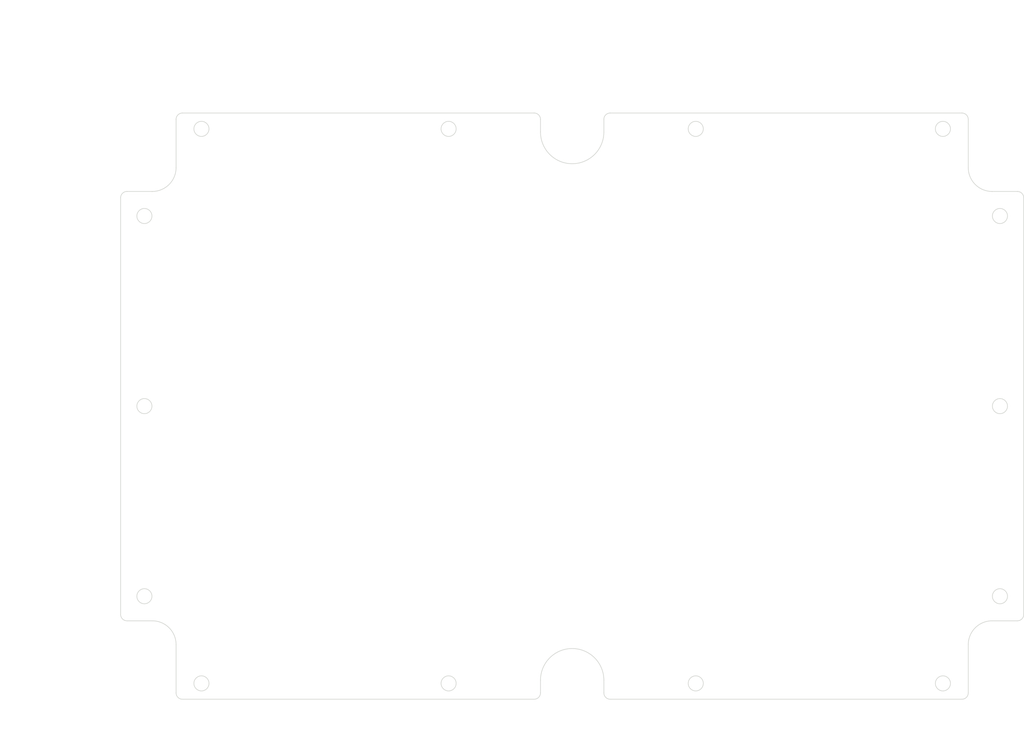
<source format=kicad_pcb>
(kicad_pcb (version 20171130) (host pcbnew "(5.1.0)-1")

  (general
    (thickness 1.6)
    (drawings 133)
    (tracks 0)
    (zones 0)
    (modules 0)
    (nets 1)
  )

  (page A3)
  (layers
    (0 F.Cu signal)
    (31 B.Cu signal)
    (32 B.Adhes user)
    (33 F.Adhes user)
    (34 B.Paste user)
    (35 F.Paste user)
    (36 B.SilkS user)
    (37 F.SilkS user)
    (38 B.Mask user)
    (39 F.Mask user)
    (40 Dwgs.User user)
    (41 Cmts.User user)
    (42 Eco1.User user)
    (43 Eco2.User user)
    (44 Edge.Cuts user)
    (45 Margin user)
    (46 B.CrtYd user)
    (47 F.CrtYd user)
    (48 B.Fab user)
    (49 F.Fab user)
  )

  (setup
    (last_trace_width 0.25)
    (trace_clearance 0.2)
    (zone_clearance 0.508)
    (zone_45_only no)
    (trace_min 0.2)
    (via_size 0.8)
    (via_drill 0.4)
    (via_min_size 0.4)
    (via_min_drill 0.3)
    (uvia_size 0.3)
    (uvia_drill 0.1)
    (uvias_allowed no)
    (uvia_min_size 0.2)
    (uvia_min_drill 0.1)
    (edge_width 0.05)
    (segment_width 0.2)
    (pcb_text_width 0.3)
    (pcb_text_size 1.5 1.5)
    (mod_edge_width 0.12)
    (mod_text_size 1 1)
    (mod_text_width 0.15)
    (pad_size 1.524 1.524)
    (pad_drill 0.762)
    (pad_to_mask_clearance 0.051)
    (solder_mask_min_width 0.25)
    (aux_axis_origin 0 0)
    (visible_elements FFFFFF7F)
    (pcbplotparams
      (layerselection 0x010fc_ffffffff)
      (usegerberextensions false)
      (usegerberattributes false)
      (usegerberadvancedattributes false)
      (creategerberjobfile false)
      (excludeedgelayer true)
      (linewidth 0.152400)
      (plotframeref false)
      (viasonmask false)
      (mode 1)
      (useauxorigin false)
      (hpglpennumber 1)
      (hpglpenspeed 20)
      (hpglpendiameter 15.000000)
      (psnegative false)
      (psa4output false)
      (plotreference true)
      (plotvalue true)
      (plotinvisibletext false)
      (padsonsilk false)
      (subtractmaskfromsilk false)
      (outputformat 1)
      (mirror false)
      (drillshape 1)
      (scaleselection 1)
      (outputdirectory ""))
  )

  (net 0 "")

  (net_class Default "This is the default net class."
    (clearance 0.2)
    (trace_width 0.25)
    (via_dia 0.8)
    (via_drill 0.4)
    (uvia_dia 0.3)
    (uvia_drill 0.1)
  )

  (gr_arc (start 217.892532 61.385496) (end 207.892532 61.385496) (angle -180) (layer Edge.Cuts) (width 0.2))
  (gr_line (start 207.892532 61.385496) (end 207.892532 57.385496) (layer Edge.Cuts) (width 0.2))
  (gr_arc (start 85.364242 72.607205) (end 85.364242 80.135496) (angle -90) (layer Edge.Cuts) (width 0.2))
  (gr_line (start 75.392532 82.135496) (end 75.392532 213.635496) (layer Edge.Cuts) (width 0.2))
  (gr_circle (center 82.892532 147.885496) (end 85.273782 147.885496) (layer Edge.Cuts) (width 0.2))
  (gr_circle (center 82.892532 87.885496) (end 85.273782 87.885496) (layer Edge.Cuts) (width 0.2))
  (gr_circle (center 100.892532 60.385496) (end 103.273782 60.385496) (layer Edge.Cuts) (width 0.2))
  (gr_circle (center 178.892532 60.385496) (end 181.273782 60.385496) (layer Edge.Cuts) (width 0.2))
  (gr_line (start 85.364242 80.135496) (end 77.392532 80.135496) (layer Edge.Cuts) (width 0.2))
  (gr_line (start 92.892532 57.385496) (end 92.892532 72.607205) (layer Edge.Cuts) (width 0.2))
  (gr_line (start 205.892532 55.385496) (end 94.892532 55.385496) (layer Edge.Cuts) (width 0.2))
  (gr_line (start 342.892532 57.385496) (end 342.892532 72.607205) (layer Edge.Cuts) (width 0.2))
  (gr_arc (start 350.420823 72.607205) (end 342.892532 72.607205) (angle -90) (layer Edge.Cuts) (width 0.2))
  (gr_circle (center 352.892532 147.885496) (end 355.273782 147.885496) (layer Edge.Cuts) (width 0.2))
  (gr_circle (center 352.892532 87.885496) (end 355.273782 87.885496) (layer Edge.Cuts) (width 0.2))
  (gr_circle (center 334.892532 60.385496) (end 337.273782 60.385496) (layer Edge.Cuts) (width 0.2))
  (gr_circle (center 256.892532 60.385496) (end 259.273782 60.385496) (layer Edge.Cuts) (width 0.2))
  (gr_line (start 227.892532 234.385496) (end 227.892532 238.385496) (layer Edge.Cuts) (width 0.2))
  (gr_arc (start 350.420823 223.163786) (end 350.420823 215.635496) (angle -90) (layer Edge.Cuts) (width 0.2))
  (gr_line (start 350.420823 215.635496) (end 358.392532 215.635496) (layer Edge.Cuts) (width 0.2))
  (gr_circle (center 352.892532 207.885496) (end 355.273782 207.885496) (layer Edge.Cuts) (width 0.2))
  (gr_circle (center 334.892532 235.385496) (end 337.273782 235.385496) (layer Edge.Cuts) (width 0.2))
  (gr_circle (center 256.892532 235.385496) (end 259.273782 235.385496) (layer Edge.Cuts) (width 0.2))
  (gr_line (start 227.892532 61.385496) (end 227.892532 57.385496) (layer Edge.Cuts) (width 0.2))
  (gr_line (start 229.892532 55.385496) (end 340.892532 55.385496) (layer Edge.Cuts) (width 0.2))
  (gr_line (start 350.420823 80.135496) (end 358.392532 80.135496) (layer Edge.Cuts) (width 0.2))
  (gr_line (start 360.392532 213.635496) (end 360.392532 82.135496) (layer Edge.Cuts) (width 0.2))
  (gr_line (start 342.892532 238.385496) (end 342.892532 223.163786) (layer Edge.Cuts) (width 0.2))
  (gr_line (start 229.892532 240.385496) (end 340.892532 240.385496) (layer Edge.Cuts) (width 0.2))
  (gr_arc (start 217.892532 234.385496) (end 227.892532 234.385496) (angle -180) (layer Edge.Cuts) (width 0.2))
  (gr_line (start 92.892532 238.385496) (end 92.892532 223.163786) (layer Edge.Cuts) (width 0.2))
  (gr_arc (start 85.364242 223.163786) (end 92.892532 223.163786) (angle -90) (layer Edge.Cuts) (width 0.2))
  (gr_circle (center 82.892532 207.885496) (end 85.273782 207.885496) (layer Edge.Cuts) (width 0.2))
  (gr_circle (center 100.892532 235.385496) (end 103.273782 235.385496) (layer Edge.Cuts) (width 0.2))
  (gr_circle (center 178.892532 235.385496) (end 181.273782 235.385496) (layer Edge.Cuts) (width 0.2))
  (gr_line (start 207.892532 234.385496) (end 207.892532 238.385496) (layer Edge.Cuts) (width 0.2))
  (gr_line (start 205.892532 240.385496) (end 94.892532 240.385496) (layer Edge.Cuts) (width 0.2))
  (gr_line (start 85.364242 215.635496) (end 77.392532 215.635496) (layer Edge.Cuts) (width 0.2))
  (gr_arc (start 77.392532 82.135496) (end 77.392532 80.135496) (angle -90) (layer Edge.Cuts) (width 0.2))
  (gr_arc (start 94.892532 57.385496) (end 94.892532 55.385496) (angle -90) (layer Edge.Cuts) (width 0.2))
  (gr_arc (start 205.892532 57.385496) (end 207.892532 57.385496) (angle -90) (layer Edge.Cuts) (width 0.2))
  (gr_arc (start 229.892532 57.385496) (end 229.892532 55.385496) (angle -90) (layer Edge.Cuts) (width 0.2))
  (gr_arc (start 340.892532 57.385496) (end 342.892532 57.385496) (angle -90) (layer Edge.Cuts) (width 0.2))
  (gr_arc (start 358.392532 82.135496) (end 360.392532 82.135496) (angle -90) (layer Edge.Cuts) (width 0.2))
  (gr_arc (start 358.392532 213.635496) (end 358.392532 215.635496) (angle -90) (layer Edge.Cuts) (width 0.2))
  (gr_arc (start 340.892532 238.385496) (end 340.892532 240.385496) (angle -90) (layer Edge.Cuts) (width 0.2))
  (gr_arc (start 229.892532 238.385496) (end 227.892532 238.385496) (angle -90) (layer Edge.Cuts) (width 0.2))
  (gr_arc (start 205.892532 238.385496) (end 205.892532 240.385496) (angle -90) (layer Edge.Cuts) (width 0.2))
  (gr_arc (start 94.892532 238.385496) (end 92.892532 238.385496) (angle -90) (layer Edge.Cuts) (width 0.2))
  (gr_arc (start 77.392532 213.635496) (end 75.392532 213.635496) (angle -90) (layer Edge.Cuts) (width 0.2))
  (gr_text [11.22] (at 198.387548 24.879641) (layer Dwgs.User)
    (effects (font (size 1.7 1.53) (thickness 0.2125)))
  )
  (gr_text " 285.00" (at 198.387548 21.322206) (layer Dwgs.User)
    (effects (font (size 1.7 1.53) (thickness 0.2125)))
  )
  (gr_line (start 358.392532 22.99018) (end 203.092562 22.99018) (layer Dwgs.User) (width 0.2))
  (gr_line (start 77.392532 22.99018) (end 193.682535 22.99018) (layer Dwgs.User) (width 0.2))
  (gr_line (start 360.392532 81.135496) (end 360.392532 19.81518) (layer Dwgs.User) (width 0.2))
  (gr_line (start 75.392532 81.135496) (end 75.392532 19.81518) (layer Dwgs.User) (width 0.2))
  (gr_text [9.84] (at 199.59014 37.274957) (layer Dwgs.User)
    (effects (font (size 1.7 1.53) (thickness 0.2125)))
  )
  (gr_text " 250.00" (at 199.59014 33.717522) (layer Dwgs.User)
    (effects (font (size 1.7 1.53) (thickness 0.2125)))
  )
  (gr_line (start 340.892532 35.385496) (end 204.295153 35.385496) (layer Dwgs.User) (width 0.2))
  (gr_line (start 94.892532 35.385496) (end 194.885126 35.385496) (layer Dwgs.User) (width 0.2))
  (gr_line (start 342.892532 56.385496) (end 342.892532 32.210496) (layer Dwgs.User) (width 0.2))
  (gr_line (start 92.892532 56.385496) (end 92.892532 32.210496) (layer Dwgs.User) (width 0.2))
  (gr_text [10.63] (at 239.275656 31.085133) (layer Dwgs.User)
    (effects (font (size 1.7 1.53) (thickness 0.2125)))
  )
  (gr_text " 270.00" (at 239.275656 27.527698) (layer Dwgs.User)
    (effects (font (size 1.7 1.53) (thickness 0.2125)))
  )
  (gr_line (start 84.892532 29.195672) (end 234.570642 29.195672) (layer Dwgs.User) (width 0.2))
  (gr_line (start 350.892532 29.195672) (end 243.98067 29.195672) (layer Dwgs.User) (width 0.2))
  (gr_line (start 82.892532 86.885496) (end 82.892532 26.020672) (layer Dwgs.User) (width 0.2))
  (gr_line (start 352.892532 86.885496) (end 352.892532 26.020672) (layer Dwgs.User) (width 0.2))
  (gr_text [9.21] (at 234.866154 46.155614) (layer Dwgs.User)
    (effects (font (size 1.7 1.53) (thickness 0.2125)))
  )
  (gr_text " 234.00" (at 234.866154 42.597599) (layer Dwgs.User)
    (effects (font (size 1.7 1.53) (thickness 0.2125)))
  )
  (gr_line (start 332.892532 44.266153) (end 239.571168 44.266153) (layer Dwgs.User) (width 0.2))
  (gr_line (start 102.892532 44.266153) (end 230.16114 44.266153) (layer Dwgs.User) (width 0.2))
  (gr_line (start 334.892532 59.385496) (end 334.892532 41.091153) (layer Dwgs.User) (width 0.2))
  (gr_line (start 100.892532 59.385496) (end 100.892532 41.091153) (layer Dwgs.User) (width 0.2))
  (gr_text [3.07] (at 217.892532 52.274957) (layer Dwgs.User)
    (effects (font (size 1.7 1.53) (thickness 0.2125)))
  )
  (gr_text " 78.00" (at 217.892532 48.717522) (layer Dwgs.User)
    (effects (font (size 1.7 1.53) (thickness 0.2125)))
  )
  (gr_line (start 254.892532 50.385496) (end 221.937144 50.385496) (layer Dwgs.User) (width 0.2))
  (gr_line (start 180.892532 50.385496) (end 213.847921 50.385496) (layer Dwgs.User) (width 0.2))
  (gr_line (start 256.892532 59.385496) (end 256.892532 47.210496) (layer Dwgs.User) (width 0.2))
  (gr_line (start 178.892532 59.385496) (end 178.892532 47.210496) (layer Dwgs.User) (width 0.2))
  (gr_text [7.28] (at 42.074625 142.218168) (layer Dwgs.User)
    (effects (font (size 1.7 1.53) (thickness 0.2125)))
  )
  (gr_text " 185.00" (at 42.074625 138.660733) (layer Dwgs.User)
    (effects (font (size 1.7 1.53) (thickness 0.2125)))
  )
  (gr_line (start 42.074625 238.385496) (end 42.074625 143.886142) (layer Dwgs.User) (width 0.2))
  (gr_line (start 42.074625 57.385496) (end 42.074625 136.771272) (layer Dwgs.User) (width 0.2))
  (gr_line (start 93.892532 240.385496) (end 38.899625 240.385496) (layer Dwgs.User) (width 0.2))
  (gr_line (start 93.892532 55.385496) (end 38.899625 55.385496) (layer Dwgs.User) (width 0.2))
  (gr_text [6.89] (at 48.892532 153.209965) (layer Dwgs.User)
    (effects (font (size 1.7 1.53) (thickness 0.2125)))
  )
  (gr_text " 175.00" (at 48.892532 149.652529) (layer Dwgs.User)
    (effects (font (size 1.7 1.53) (thickness 0.2125)))
  )
  (gr_line (start 48.892532 233.385496) (end 48.892532 154.877939) (layer Dwgs.User) (width 0.2))
  (gr_line (start 48.892532 62.385496) (end 48.892532 147.763068) (layer Dwgs.User) (width 0.2))
  (gr_line (start 99.892532 235.385496) (end 45.717532 235.385496) (layer Dwgs.User) (width 0.2))
  (gr_line (start 99.892532 60.385496) (end 45.717532 60.385496) (layer Dwgs.User) (width 0.2))
  (gr_text [5.33] (at 58.300611 140.909621) (layer Dwgs.User)
    (effects (font (size 1.7 1.53) (thickness 0.2125)))
  )
  (gr_text " 135.50" (at 58.300611 137.351606) (layer Dwgs.User)
    (effects (font (size 1.7 1.53) (thickness 0.2125)))
  )
  (gr_line (start 58.300611 213.635496) (end 58.300611 142.578175) (layer Dwgs.User) (width 0.2))
  (gr_line (start 58.300611 82.135496) (end 58.300611 135.462145) (layer Dwgs.User) (width 0.2))
  (gr_line (start 76.392532 215.635496) (end 55.125611 215.635496) (layer Dwgs.User) (width 0.2))
  (gr_line (start 76.392532 80.135496) (end 55.125611 80.135496) (layer Dwgs.User) (width 0.2))
  (gr_text [4.72] (at 66.892532 149.774957) (layer Dwgs.User)
    (effects (font (size 1.7 1.53) (thickness 0.2125)))
  )
  (gr_text " 120.00" (at 66.892532 146.217522) (layer Dwgs.User)
    (effects (font (size 1.7 1.53) (thickness 0.2125)))
  )
  (gr_line (start 66.892532 89.885496) (end 66.892532 144.328061) (layer Dwgs.User) (width 0.2))
  (gr_line (start 66.892532 205.885496) (end 66.892532 151.442931) (layer Dwgs.User) (width 0.2))
  (gr_line (start 81.892532 87.885496) (end 63.717532 87.885496) (layer Dwgs.User) (width 0.2))
  (gr_line (start 81.892532 207.885496) (end 63.717532 207.885496) (layer Dwgs.User) (width 0.2))
  (gr_text [6.02] (at 208.674366 149.774957) (layer Dwgs.User)
    (effects (font (size 1.7 1.53) (thickness 0.2125)))
  )
  (gr_text " 153.00" (at 208.674366 146.216942) (layer Dwgs.User)
    (effects (font (size 1.7 1.53) (thickness 0.2125)))
  )
  (gr_line (start 208.674366 222.385496) (end 208.674366 151.443511) (layer Dwgs.User) (width 0.2))
  (gr_line (start 208.674366 73.385496) (end 208.674366 144.327481) (layer Dwgs.User) (width 0.2))
  (gr_line (start 216.892532 224.385496) (end 205.499366 224.385496) (layer Dwgs.User) (width 0.2))
  (gr_line (start 216.892532 71.385496) (end 205.499366 71.385496) (layer Dwgs.User) (width 0.2))
  (gr_text [.24] (at 287.325507 69.877701) (layer Dwgs.User)
    (effects (font (size 1.7 1.53) (thickness 0.2125)))
  )
  (gr_text " 6.00" (at 287.325507 66.320266) (layer Dwgs.User)
    (effects (font (size 1.7 1.53) (thickness 0.2125)))
  )
  (gr_line (start 292.709716 67.98824) (end 290.709716 67.98824) (layer Dwgs.User) (width 0.2))
  (gr_line (start 292.709716 61.385496) (end 292.709716 67.98824) (layer Dwgs.User) (width 0.2))
  (gr_line (start 292.709716 57.385496) (end 292.709716 59.385496) (layer Dwgs.User) (width 0.2))
  (gr_line (start 218.892532 61.385496) (end 295.884716 61.385496) (layer Dwgs.User) (width 0.2))
  (gr_text [R0.39] (at 244.12107 213.530211) (layer Dwgs.User)
    (effects (font (size 1.7 1.53) (thickness 0.2125)))
  )
  (gr_text " R10.00" (at 244.12107 209.972776) (layer Dwgs.User)
    (effects (font (size 1.7 1.53) (thickness 0.2125)))
  )
  (gr_line (start 232.113448 211.64075) (end 224.254273 224.210612) (layer Dwgs.User) (width 0.2))
  (gr_line (start 239.218921 211.64075) (end 232.113448 211.64075) (layer Dwgs.User) (width 0.2))
  (gr_text [R0.08] (at 209.213496 250.55996) (layer Dwgs.User)
    (effects (font (size 1.7 1.53) (thickness 0.2125)))
  )
  (gr_text " R2.00" (at 209.213496 247.002524) (layer Dwgs.User)
    (effects (font (size 1.7 1.53) (thickness 0.2125)))
  )
  (gr_line (start 219.667764 248.670498) (end 227.072424 241.222217) (layer Dwgs.User) (width 0.2))
  (gr_line (start 213.684267 248.670498) (end 219.667764 248.670498) (layer Dwgs.User) (width 0.2))
  (gr_text [R0.30] (at 322.257786 213.740715) (layer Dwgs.User)
    (effects (font (size 1.7 1.53) (thickness 0.2125)))
  )
  (gr_text " R7.53" (at 322.257786 210.1827) (layer Dwgs.User)
    (effects (font (size 1.7 1.53) (thickness 0.2125)))
  )
  (gr_line (start 336.396915 211.851254) (end 343.004634 217.18144) (layer Dwgs.User) (width 0.2))
  (gr_line (start 326.728557 211.851254) (end 336.396915 211.851254) (layer Dwgs.User) (width 0.2))
  (gr_line (start 256.892532 235.475496) (end 256.892532 235.295496) (layer Dwgs.User) (width 0.2))
  (gr_line (start 256.802532 235.385496) (end 256.982532 235.385496) (layer Dwgs.User) (width 0.2))
  (gr_text " ∅4.76\n[∅0.19]" (at 271.272113 247.18324) (layer Dwgs.User)
    (effects (font (size 1.7 1.53) (thickness 0.2125)))
  )
  (gr_line (start 264.233469 247.18324) (end 259.207182 239.105408) (layer Dwgs.User) (width 0.2))
  (gr_line (start 266.735244 247.18324) (end 264.233469 247.18324) (layer Dwgs.User) (width 0.2))

)

</source>
